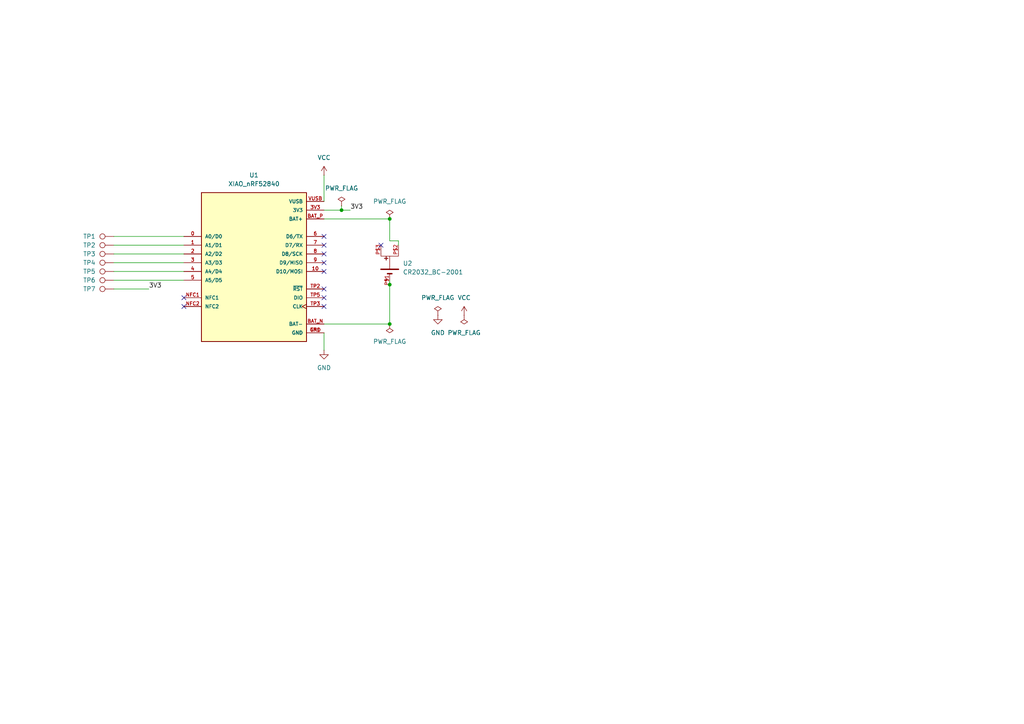
<source format=kicad_sch>
(kicad_sch
	(version 20231120)
	(generator "eeschema")
	(generator_version "8.0")
	(uuid "aed1da95-8a50-4fb9-88f3-d1f618094b55")
	(paper "A4")
	(title_block
		(title "XIAO BLE with CR2032 KEY")
	)
	(lib_symbols
		(symbol "0-My_parts:CR2032_BC-2001"
			(pin_names
				(offset 1.016)
			)
			(exclude_from_sim no)
			(in_bom yes)
			(on_board yes)
			(property "Reference" "U"
				(at -2.54 3.175 0)
				(effects
					(font
						(size 1.27 1.27)
					)
					(justify left bottom)
				)
			)
			(property "Value" "CR2032_BC-2001"
				(at -2.54 -5.08 0)
				(effects
					(font
						(size 1.27 1.27)
					)
					(justify left bottom)
				)
			)
			(property "Footprint" "BC-2001:BC-2001"
				(at 3.556 -8.89 0)
				(effects
					(font
						(size 1.27 1.27)
					)
					(justify bottom)
					(hide yes)
				)
			)
			(property "Datasheet" ""
				(at 0 0 0)
				(effects
					(font
						(size 1.27 1.27)
					)
					(hide yes)
				)
			)
			(property "Description" ""
				(at 0 0 0)
				(effects
					(font
						(size 1.27 1.27)
					)
					(hide yes)
				)
			)
			(property "MF" "Multicomp Pro"
				(at 6.858 9.906 0)
				(effects
					(font
						(size 1.27 1.27)
					)
					(justify bottom)
					(hide yes)
				)
			)
			(property "Description_1" "\n                        \n                            RETAINER CLIP, BATTERY, 2032, PCB ROHS COMPLIANT: YES\n                        \n"
				(at -2.794 18.034 0)
				(effects
					(font
						(size 1.27 1.27)
					)
					(justify bottom)
					(hide yes)
				)
			)
			(property "Package" "None"
				(at 18.034 10.16 0)
				(effects
					(font
						(size 1.27 1.27)
					)
					(justify bottom)
					(hide yes)
				)
			)
			(property "Price" "None"
				(at 18.288 12.446 0)
				(effects
					(font
						(size 1.27 1.27)
					)
					(justify bottom)
					(hide yes)
				)
			)
			(property "SnapEDA_Link" "https://www.snapeda.com/parts/BC-2001-TR/Multicomp/view-part/?ref=snap"
				(at 8.128 15.494 0)
				(effects
					(font
						(size 1.27 1.27)
					)
					(justify bottom)
					(hide yes)
				)
			)
			(property "MP" "BC-2001-TR"
				(at -8.128 10.16 0)
				(effects
					(font
						(size 1.27 1.27)
					)
					(justify bottom)
					(hide yes)
				)
			)
			(property "Availability" "Not in stock"
				(at 2.286 12.954 0)
				(effects
					(font
						(size 1.27 1.27)
					)
					(justify bottom)
					(hide yes)
				)
			)
			(property "Check_prices" "https://www.snapeda.com/parts/BC-2001-TR/Multicomp/view-part/?ref=eda"
				(at 7.112 16.51 0)
				(effects
					(font
						(size 1.27 1.27)
					)
					(justify bottom)
					(hide yes)
				)
			)
			(symbol "CR2032_BC-2001_0_0"
				(polyline
					(pts
						(xy -4.064 1.016) (xy -3.302 1.016)
					)
					(stroke
						(width 0.254)
						(type default)
					)
					(fill
						(type none)
					)
				)
				(polyline
					(pts
						(xy -2.54 0) (xy -1.905 0)
					)
					(stroke
						(width 0.1524)
						(type default)
					)
					(fill
						(type none)
					)
				)
				(polyline
					(pts
						(xy -1.905 0) (xy -1.905 -0.635)
					)
					(stroke
						(width 0.4064)
						(type default)
					)
					(fill
						(type none)
					)
				)
				(polyline
					(pts
						(xy -1.905 0.635) (xy -1.905 0)
					)
					(stroke
						(width 0.4064)
						(type default)
					)
					(fill
						(type none)
					)
				)
				(polyline
					(pts
						(xy -0.635 0) (xy -0.635 -2.54)
					)
					(stroke
						(width 0.4064)
						(type default)
					)
					(fill
						(type none)
					)
				)
				(polyline
					(pts
						(xy -0.635 0) (xy 2.54 0)
					)
					(stroke
						(width 0.1524)
						(type default)
					)
					(fill
						(type none)
					)
				)
				(polyline
					(pts
						(xy -0.635 2.54) (xy -0.635 0)
					)
					(stroke
						(width 0.4064)
						(type default)
					)
					(fill
						(type none)
					)
				)
				(polyline
					(pts
						(xy 2.032 1.016) (xy 3.048 1.016)
					)
					(stroke
						(width 0.254)
						(type default)
					)
					(fill
						(type none)
					)
				)
				(polyline
					(pts
						(xy 2.54 1.524) (xy 2.54 0.508)
					)
					(stroke
						(width 0.254)
						(type default)
					)
					(fill
						(type none)
					)
				)
				(pin passive line
					(at -5.08 0 0)
					(length 2.54)
					(name "~"
						(effects
							(font
								(size 1.016 1.016)
							)
						)
					)
					(number "P$1"
						(effects
							(font
								(size 1.016 1.016)
							)
						)
					)
				)
				(pin passive line
					(at 6.35 -2.54 180)
					(length 2.54)
					(name "~"
						(effects
							(font
								(size 1.016 1.016)
							)
						)
					)
					(number "P$2"
						(effects
							(font
								(size 1.016 1.016)
							)
						)
					)
				)
				(pin passive line
					(at 6.35 2.54 180)
					(length 2.54)
					(name "~"
						(effects
							(font
								(size 1.016 1.016)
							)
						)
					)
					(number "P$3"
						(effects
							(font
								(size 1.016 1.016)
							)
						)
					)
				)
			)
			(symbol "CR2032_BC-2001_0_1"
				(polyline
					(pts
						(xy 2.54 0) (xy 3.175 0)
					)
					(stroke
						(width 0)
						(type default)
					)
					(fill
						(type none)
					)
				)
				(polyline
					(pts
						(xy 3.81 2.54) (xy 3.175 2.54) (xy 3.175 -2.54) (xy 3.81 -2.54)
					)
					(stroke
						(width 0)
						(type default)
					)
					(fill
						(type none)
					)
				)
			)
		)
		(symbol "0-My_parts:GND"
			(power)
			(pin_numbers hide)
			(pin_names
				(offset 0) hide)
			(exclude_from_sim no)
			(in_bom yes)
			(on_board yes)
			(property "Reference" "#PWR"
				(at 0 -6.35 0)
				(effects
					(font
						(size 1.27 1.27)
					)
					(hide yes)
				)
			)
			(property "Value" "GND"
				(at 0 -3.81 0)
				(effects
					(font
						(size 1.27 1.27)
					)
				)
			)
			(property "Footprint" ""
				(at 0 0 0)
				(effects
					(font
						(size 1.27 1.27)
					)
					(hide yes)
				)
			)
			(property "Datasheet" ""
				(at 0 0 0)
				(effects
					(font
						(size 1.27 1.27)
					)
					(hide yes)
				)
			)
			(property "Description" "Power symbol creates a global label with name \"GND\" , ground"
				(at 0 0 0)
				(effects
					(font
						(size 1.27 1.27)
					)
					(hide yes)
				)
			)
			(property "ki_keywords" "global power"
				(at 0 0 0)
				(effects
					(font
						(size 1.27 1.27)
					)
					(hide yes)
				)
			)
			(symbol "GND_0_1"
				(polyline
					(pts
						(xy 0 0) (xy 0 -1.27) (xy 1.27 -1.27) (xy 0 -2.54) (xy -1.27 -1.27) (xy 0 -1.27)
					)
					(stroke
						(width 0)
						(type default)
					)
					(fill
						(type none)
					)
				)
			)
			(symbol "GND_1_1"
				(pin power_in line
					(at 0 0 270)
					(length 0)
					(name "~"
						(effects
							(font
								(size 1.27 1.27)
							)
						)
					)
					(number "1"
						(effects
							(font
								(size 1.27 1.27)
							)
						)
					)
				)
			)
		)
		(symbol "0-My_parts:VCC"
			(power)
			(pin_numbers hide)
			(pin_names
				(offset 0) hide)
			(exclude_from_sim no)
			(in_bom yes)
			(on_board yes)
			(property "Reference" "#PWR"
				(at 0 -3.81 0)
				(effects
					(font
						(size 1.27 1.27)
					)
					(hide yes)
				)
			)
			(property "Value" "VCC"
				(at 0 3.556 0)
				(effects
					(font
						(size 1.27 1.27)
					)
				)
			)
			(property "Footprint" ""
				(at 0 0 0)
				(effects
					(font
						(size 1.27 1.27)
					)
					(hide yes)
				)
			)
			(property "Datasheet" ""
				(at 0 0 0)
				(effects
					(font
						(size 1.27 1.27)
					)
					(hide yes)
				)
			)
			(property "Description" "Power symbol creates a global label with name \"VCC\""
				(at 0 0 0)
				(effects
					(font
						(size 1.27 1.27)
					)
					(hide yes)
				)
			)
			(property "ki_keywords" "global power"
				(at 0 0 0)
				(effects
					(font
						(size 1.27 1.27)
					)
					(hide yes)
				)
			)
			(symbol "VCC_0_1"
				(polyline
					(pts
						(xy -0.762 1.27) (xy 0 2.54)
					)
					(stroke
						(width 0)
						(type default)
					)
					(fill
						(type none)
					)
				)
				(polyline
					(pts
						(xy 0 0) (xy 0 2.54)
					)
					(stroke
						(width 0)
						(type default)
					)
					(fill
						(type none)
					)
				)
				(polyline
					(pts
						(xy 0 2.54) (xy 0.762 1.27)
					)
					(stroke
						(width 0)
						(type default)
					)
					(fill
						(type none)
					)
				)
			)
			(symbol "VCC_1_1"
				(pin power_in line
					(at 0 0 90)
					(length 0)
					(name "~"
						(effects
							(font
								(size 1.27 1.27)
							)
						)
					)
					(number "1"
						(effects
							(font
								(size 1.27 1.27)
							)
						)
					)
				)
			)
		)
		(symbol "0-My_parts:XIAO_nRF52840"
			(pin_names
				(offset 1.016)
			)
			(exclude_from_sim no)
			(in_bom yes)
			(on_board yes)
			(property "Reference" "U"
				(at -15.24 23.622 0)
				(effects
					(font
						(size 1.27 1.27)
					)
					(justify left bottom)
				)
			)
			(property "Value" "XIAO_nRF52840"
				(at -15.24 -22.86 0)
				(effects
					(font
						(size 1.27 1.27)
					)
					(justify left bottom)
				)
			)
			(property "Footprint" "102010448:MODULE_102010448"
				(at 0 0 0)
				(effects
					(font
						(size 1.27 1.27)
					)
					(justify bottom)
					(hide yes)
				)
			)
			(property "Datasheet" ""
				(at 0 0 0)
				(effects
					(font
						(size 1.27 1.27)
					)
					(hide yes)
				)
			)
			(property "Description" ""
				(at 0 0 0)
				(effects
					(font
						(size 1.27 1.27)
					)
					(hide yes)
				)
			)
			(property "MF" "Seeed Technology Co., Ltd"
				(at 0 0 0)
				(effects
					(font
						(size 1.27 1.27)
					)
					(justify bottom)
					(hide yes)
				)
			)
			(property "Description_1" "\n                        \n                            nRF52840 - Transceiver; Bluetooth® 5.x (BLE) Evaluation Board\n                        \n"
				(at 0 0 0)
				(effects
					(font
						(size 1.27 1.27)
					)
					(justify bottom)
					(hide yes)
				)
			)
			(property "Package" "None"
				(at 0 0 0)
				(effects
					(font
						(size 1.27 1.27)
					)
					(justify bottom)
					(hide yes)
				)
			)
			(property "Price" "None"
				(at 0 0 0)
				(effects
					(font
						(size 1.27 1.27)
					)
					(justify bottom)
					(hide yes)
				)
			)
			(property "Check_prices" "https://www.snapeda.com/parts/102010448/Seeed+Technology+Co.%252C+Ltd/view-part/?ref=eda"
				(at 0 0 0)
				(effects
					(font
						(size 1.27 1.27)
					)
					(justify bottom)
					(hide yes)
				)
			)
			(property "STANDARD" "Manufacturer Recommendations"
				(at 0 0 0)
				(effects
					(font
						(size 1.27 1.27)
					)
					(justify bottom)
					(hide yes)
				)
			)
			(property "PARTREV" "2022/08/18"
				(at 0 0 0)
				(effects
					(font
						(size 1.27 1.27)
					)
					(justify bottom)
					(hide yes)
				)
			)
			(property "SnapEDA_Link" "https://www.snapeda.com/parts/102010448/Seeed+Technology+Co.%252C+Ltd/view-part/?ref=snap"
				(at 0 0 0)
				(effects
					(font
						(size 1.27 1.27)
					)
					(justify bottom)
					(hide yes)
				)
			)
			(property "MP" "102010448"
				(at 0 0 0)
				(effects
					(font
						(size 1.27 1.27)
					)
					(justify bottom)
					(hide yes)
				)
			)
			(property "Availability" "In Stock"
				(at 0 0 0)
				(effects
					(font
						(size 1.27 1.27)
					)
					(justify bottom)
					(hide yes)
				)
			)
			(property "MANUFACTURER" "Seeed Technology Co., Ltd"
				(at 0 0 0)
				(effects
					(font
						(size 1.27 1.27)
					)
					(justify bottom)
					(hide yes)
				)
			)
			(symbol "XIAO_nRF52840_0_0"
				(rectangle
					(start -15.24 -20.32)
					(end 15.24 22.86)
					(stroke
						(width 0.254)
						(type default)
					)
					(fill
						(type background)
					)
				)
				(pin bidirectional line
					(at -20.32 10.16 0)
					(length 5.08)
					(name "A0/D0"
						(effects
							(font
								(size 1.016 1.016)
							)
						)
					)
					(number "0"
						(effects
							(font
								(size 1.016 1.016)
							)
						)
					)
				)
				(pin bidirectional line
					(at -20.32 7.62 0)
					(length 5.08)
					(name "A1/D1"
						(effects
							(font
								(size 1.016 1.016)
							)
						)
					)
					(number "1"
						(effects
							(font
								(size 1.016 1.016)
							)
						)
					)
				)
				(pin bidirectional line
					(at 20.32 0 180)
					(length 5.08)
					(name "D10/MOSI"
						(effects
							(font
								(size 1.016 1.016)
							)
						)
					)
					(number "10"
						(effects
							(font
								(size 1.016 1.016)
							)
						)
					)
				)
				(pin bidirectional line
					(at -20.32 5.08 0)
					(length 5.08)
					(name "A2/D2"
						(effects
							(font
								(size 1.016 1.016)
							)
						)
					)
					(number "2"
						(effects
							(font
								(size 1.016 1.016)
							)
						)
					)
				)
				(pin bidirectional line
					(at -20.32 2.54 0)
					(length 5.08)
					(name "A3/D3"
						(effects
							(font
								(size 1.016 1.016)
							)
						)
					)
					(number "3"
						(effects
							(font
								(size 1.016 1.016)
							)
						)
					)
				)
				(pin power_in line
					(at 20.32 17.78 180)
					(length 5.08)
					(name "3V3"
						(effects
							(font
								(size 1.016 1.016)
							)
						)
					)
					(number "3V3"
						(effects
							(font
								(size 1.016 1.016)
							)
						)
					)
				)
				(pin bidirectional line
					(at -20.32 0 0)
					(length 5.08)
					(name "A4/D4"
						(effects
							(font
								(size 1.016 1.016)
							)
						)
					)
					(number "4"
						(effects
							(font
								(size 1.016 1.016)
							)
						)
					)
				)
				(pin bidirectional line
					(at -20.32 -2.54 0)
					(length 5.08)
					(name "A5/D5"
						(effects
							(font
								(size 1.016 1.016)
							)
						)
					)
					(number "5"
						(effects
							(font
								(size 1.016 1.016)
							)
						)
					)
				)
				(pin bidirectional line
					(at 20.32 10.16 180)
					(length 5.08)
					(name "D6/TX"
						(effects
							(font
								(size 1.016 1.016)
							)
						)
					)
					(number "6"
						(effects
							(font
								(size 1.016 1.016)
							)
						)
					)
				)
				(pin bidirectional line
					(at 20.32 7.62 180)
					(length 5.08)
					(name "D7/RX"
						(effects
							(font
								(size 1.016 1.016)
							)
						)
					)
					(number "7"
						(effects
							(font
								(size 1.016 1.016)
							)
						)
					)
				)
				(pin bidirectional line
					(at 20.32 5.08 180)
					(length 5.08)
					(name "D8/SCK"
						(effects
							(font
								(size 1.016 1.016)
							)
						)
					)
					(number "8"
						(effects
							(font
								(size 1.016 1.016)
							)
						)
					)
				)
				(pin bidirectional line
					(at 20.32 2.54 180)
					(length 5.08)
					(name "D9/MISO"
						(effects
							(font
								(size 1.016 1.016)
							)
						)
					)
					(number "9"
						(effects
							(font
								(size 1.016 1.016)
							)
						)
					)
				)
				(pin power_in line
					(at 20.32 -15.24 180)
					(length 5.08)
					(name "BAT-"
						(effects
							(font
								(size 1.016 1.016)
							)
						)
					)
					(number "BAT_N"
						(effects
							(font
								(size 1.016 1.016)
							)
						)
					)
				)
				(pin power_in line
					(at 20.32 15.24 180)
					(length 5.08)
					(name "BAT+"
						(effects
							(font
								(size 1.016 1.016)
							)
						)
					)
					(number "BAT_P"
						(effects
							(font
								(size 1.016 1.016)
							)
						)
					)
				)
				(pin power_in line
					(at 20.32 -17.78 180)
					(length 5.08)
					(name "GND"
						(effects
							(font
								(size 1.016 1.016)
							)
						)
					)
					(number "GND"
						(effects
							(font
								(size 1.016 1.016)
							)
						)
					)
				)
				(pin bidirectional line
					(at -20.32 -7.62 0)
					(length 5.08)
					(name "NFC1"
						(effects
							(font
								(size 1.016 1.016)
							)
						)
					)
					(number "NFC1"
						(effects
							(font
								(size 1.016 1.016)
							)
						)
					)
				)
				(pin bidirectional line
					(at -20.32 -10.16 0)
					(length 5.08)
					(name "NFC2"
						(effects
							(font
								(size 1.016 1.016)
							)
						)
					)
					(number "NFC2"
						(effects
							(font
								(size 1.016 1.016)
							)
						)
					)
				)
				(pin power_in line
					(at 20.32 -17.78 180)
					(length 5.08)
					(name "GND"
						(effects
							(font
								(size 1.016 1.016)
							)
						)
					)
					(number "TP1"
						(effects
							(font
								(size 1.016 1.016)
							)
						)
					)
				)
				(pin input line
					(at 20.32 -5.08 180)
					(length 5.08)
					(name "~{RST}"
						(effects
							(font
								(size 1.016 1.016)
							)
						)
					)
					(number "TP2"
						(effects
							(font
								(size 1.016 1.016)
							)
						)
					)
				)
				(pin input clock
					(at 20.32 -10.16 180)
					(length 5.08)
					(name "CLK"
						(effects
							(font
								(size 1.016 1.016)
							)
						)
					)
					(number "TP3"
						(effects
							(font
								(size 1.016 1.016)
							)
						)
					)
				)
				(pin bidirectional line
					(at 20.32 -7.62 180)
					(length 5.08)
					(name "DIO"
						(effects
							(font
								(size 1.016 1.016)
							)
						)
					)
					(number "TP5"
						(effects
							(font
								(size 1.016 1.016)
							)
						)
					)
				)
				(pin power_in line
					(at 20.32 20.32 180)
					(length 5.08)
					(name "VUSB"
						(effects
							(font
								(size 1.016 1.016)
							)
						)
					)
					(number "VUSB"
						(effects
							(font
								(size 1.016 1.016)
							)
						)
					)
				)
			)
		)
		(symbol "Connector:TestPoint"
			(pin_numbers hide)
			(pin_names
				(offset 0.762) hide)
			(exclude_from_sim no)
			(in_bom yes)
			(on_board yes)
			(property "Reference" "TP"
				(at 0 6.858 0)
				(effects
					(font
						(size 1.27 1.27)
					)
				)
			)
			(property "Value" "TestPoint"
				(at 0 5.08 0)
				(effects
					(font
						(size 1.27 1.27)
					)
				)
			)
			(property "Footprint" ""
				(at 5.08 0 0)
				(effects
					(font
						(size 1.27 1.27)
					)
					(hide yes)
				)
			)
			(property "Datasheet" "~"
				(at 5.08 0 0)
				(effects
					(font
						(size 1.27 1.27)
					)
					(hide yes)
				)
			)
			(property "Description" "test point"
				(at 0 0 0)
				(effects
					(font
						(size 1.27 1.27)
					)
					(hide yes)
				)
			)
			(property "ki_keywords" "test point tp"
				(at 0 0 0)
				(effects
					(font
						(size 1.27 1.27)
					)
					(hide yes)
				)
			)
			(property "ki_fp_filters" "Pin* Test*"
				(at 0 0 0)
				(effects
					(font
						(size 1.27 1.27)
					)
					(hide yes)
				)
			)
			(symbol "TestPoint_0_1"
				(circle
					(center 0 3.302)
					(radius 0.762)
					(stroke
						(width 0)
						(type default)
					)
					(fill
						(type none)
					)
				)
			)
			(symbol "TestPoint_1_1"
				(pin passive line
					(at 0 0 90)
					(length 2.54)
					(name "1"
						(effects
							(font
								(size 1.27 1.27)
							)
						)
					)
					(number "1"
						(effects
							(font
								(size 1.27 1.27)
							)
						)
					)
				)
			)
		)
		(symbol "power:PWR_FLAG"
			(power)
			(pin_numbers hide)
			(pin_names
				(offset 0) hide)
			(exclude_from_sim no)
			(in_bom yes)
			(on_board yes)
			(property "Reference" "#FLG"
				(at 0 1.905 0)
				(effects
					(font
						(size 1.27 1.27)
					)
					(hide yes)
				)
			)
			(property "Value" "PWR_FLAG"
				(at 0 3.81 0)
				(effects
					(font
						(size 1.27 1.27)
					)
				)
			)
			(property "Footprint" ""
				(at 0 0 0)
				(effects
					(font
						(size 1.27 1.27)
					)
					(hide yes)
				)
			)
			(property "Datasheet" "~"
				(at 0 0 0)
				(effects
					(font
						(size 1.27 1.27)
					)
					(hide yes)
				)
			)
			(property "Description" "Special symbol for telling ERC where power comes from"
				(at 0 0 0)
				(effects
					(font
						(size 1.27 1.27)
					)
					(hide yes)
				)
			)
			(property "ki_keywords" "flag power"
				(at 0 0 0)
				(effects
					(font
						(size 1.27 1.27)
					)
					(hide yes)
				)
			)
			(symbol "PWR_FLAG_0_0"
				(pin power_out line
					(at 0 0 90)
					(length 0)
					(name "~"
						(effects
							(font
								(size 1.27 1.27)
							)
						)
					)
					(number "1"
						(effects
							(font
								(size 1.27 1.27)
							)
						)
					)
				)
			)
			(symbol "PWR_FLAG_0_1"
				(polyline
					(pts
						(xy 0 0) (xy 0 1.27) (xy -1.016 1.905) (xy 0 2.54) (xy 1.016 1.905) (xy 0 1.27)
					)
					(stroke
						(width 0)
						(type default)
					)
					(fill
						(type none)
					)
				)
			)
		)
	)
	(junction
		(at 99.06 60.96)
		(diameter 0)
		(color 0 0 0 0)
		(uuid "146fc974-10e1-4f98-9ed8-181dd562506c")
	)
	(junction
		(at 113.03 93.98)
		(diameter 0)
		(color 0 0 0 0)
		(uuid "58f34b76-fbba-46a9-a591-4a04621f7882")
	)
	(junction
		(at 113.03 82.55)
		(diameter 0)
		(color 0 0 0 0)
		(uuid "6b3effe3-30c4-450c-9206-d1ff7029259c")
	)
	(junction
		(at 113.03 63.5)
		(diameter 0)
		(color 0 0 0 0)
		(uuid "db325919-b41d-46c5-997b-9c6cf3827458")
	)
	(no_connect
		(at 93.98 76.2)
		(uuid "35d20c78-ba15-4ada-9d9b-72ce1d163aa8")
	)
	(no_connect
		(at 93.98 68.58)
		(uuid "45973d78-0f5a-4b54-b950-7a56f5480bd9")
	)
	(no_connect
		(at 93.98 78.74)
		(uuid "59a1c734-0f78-4576-82ab-7b9c6344644e")
	)
	(no_connect
		(at 93.98 73.66)
		(uuid "5b435c95-7c52-489d-878f-0f53d007f710")
	)
	(no_connect
		(at 93.98 86.36)
		(uuid "639e21a5-c20d-4c1f-b58a-5acf0c797613")
	)
	(no_connect
		(at 110.49 71.12)
		(uuid "6626fa66-371d-4648-8048-ab1ceae2c74a")
	)
	(no_connect
		(at 93.98 88.9)
		(uuid "a903e9af-6ee4-47e4-9b5c-f8a4259d23df")
	)
	(no_connect
		(at 93.98 71.12)
		(uuid "c6dab983-2145-4e2c-979e-3449b52d47ea")
	)
	(no_connect
		(at 93.98 83.82)
		(uuid "ec912d61-7967-46bb-8daa-5827a3ba26bf")
	)
	(no_connect
		(at 53.34 86.36)
		(uuid "f1f6cfc9-232a-4fa8-82c6-f32b64ee1f61")
	)
	(no_connect
		(at 53.34 88.9)
		(uuid "fcc128ba-4d2a-40a1-8e04-488a6a6491b9")
	)
	(wire
		(pts
			(xy 33.02 83.82) (xy 43.18 83.82)
		)
		(stroke
			(width 0)
			(type default)
		)
		(uuid "2076471c-2a9f-45ab-97db-787558a103e1")
	)
	(wire
		(pts
			(xy 93.98 63.5) (xy 113.03 63.5)
		)
		(stroke
			(width 0)
			(type default)
		)
		(uuid "367359e9-7bd5-451b-babf-18498f70f5d9")
	)
	(wire
		(pts
			(xy 93.98 96.52) (xy 93.98 101.6)
		)
		(stroke
			(width 0)
			(type default)
		)
		(uuid "370c6a96-b45c-4c1a-8209-9bb112e95755")
	)
	(wire
		(pts
			(xy 33.02 68.58) (xy 53.34 68.58)
		)
		(stroke
			(width 0)
			(type default)
		)
		(uuid "3d84fcad-72a4-4632-9e5b-bff8fccbe5a5")
	)
	(wire
		(pts
			(xy 113.03 93.98) (xy 113.03 82.55)
		)
		(stroke
			(width 0)
			(type default)
		)
		(uuid "3e30f376-12b4-4aac-8878-2ed9fd1b2a39")
	)
	(wire
		(pts
			(xy 33.02 78.74) (xy 53.34 78.74)
		)
		(stroke
			(width 0)
			(type default)
		)
		(uuid "45b35851-2dab-4b6d-bb73-59edb1f09f2c")
	)
	(wire
		(pts
			(xy 93.98 50.8) (xy 93.98 58.42)
		)
		(stroke
			(width 0)
			(type default)
		)
		(uuid "59c22019-c72c-47f4-9912-00f4e89f4c87")
	)
	(wire
		(pts
			(xy 113.03 82.55) (xy 113.03 81.28)
		)
		(stroke
			(width 0)
			(type default)
		)
		(uuid "6749a9d1-d177-4074-a9d8-3dbca25dd752")
	)
	(wire
		(pts
			(xy 33.02 73.66) (xy 53.34 73.66)
		)
		(stroke
			(width 0)
			(type default)
		)
		(uuid "74fd949b-07ab-46ea-986a-b43e1bee1b09")
	)
	(wire
		(pts
			(xy 33.02 71.12) (xy 53.34 71.12)
		)
		(stroke
			(width 0)
			(type default)
		)
		(uuid "8e6a810d-1a8c-4257-8dec-e08eda7658b8")
	)
	(wire
		(pts
			(xy 99.06 59.69) (xy 99.06 60.96)
		)
		(stroke
			(width 0)
			(type default)
		)
		(uuid "920805b7-6a3d-4b37-bf0d-51be7a9b4f76")
	)
	(wire
		(pts
			(xy 115.57 69.85) (xy 115.57 71.12)
		)
		(stroke
			(width 0)
			(type default)
		)
		(uuid "9a9ea124-5a55-4c7f-88ea-5464790ba9da")
	)
	(wire
		(pts
			(xy 113.03 69.85) (xy 115.57 69.85)
		)
		(stroke
			(width 0)
			(type default)
		)
		(uuid "a2b4f3c1-5f06-45bd-9453-6178722eec58")
	)
	(wire
		(pts
			(xy 33.02 76.2) (xy 53.34 76.2)
		)
		(stroke
			(width 0)
			(type default)
		)
		(uuid "ab34ab87-5aac-4cef-a349-937faef0b3b6")
	)
	(wire
		(pts
			(xy 93.98 60.96) (xy 99.06 60.96)
		)
		(stroke
			(width 0)
			(type default)
		)
		(uuid "c8e9074f-f38e-49c6-a1ad-cc568071576c")
	)
	(wire
		(pts
			(xy 99.06 60.96) (xy 101.6 60.96)
		)
		(stroke
			(width 0)
			(type default)
		)
		(uuid "cb817e10-0889-4d33-b7c4-116b84a6a7f2")
	)
	(wire
		(pts
			(xy 33.02 81.28) (xy 53.34 81.28)
		)
		(stroke
			(width 0)
			(type default)
		)
		(uuid "cc5f6ccd-2ead-4062-8d93-59bab4edd21e")
	)
	(wire
		(pts
			(xy 93.98 93.98) (xy 113.03 93.98)
		)
		(stroke
			(width 0)
			(type default)
		)
		(uuid "f7489557-8c30-4ed4-ac6e-d9ccec5648e3")
	)
	(wire
		(pts
			(xy 113.03 69.85) (xy 113.03 63.5)
		)
		(stroke
			(width 0)
			(type default)
		)
		(uuid "f8f49d44-e667-478b-bb2b-d8d9361e8360")
	)
	(label "3V3"
		(at 101.6 60.96 0)
		(fields_autoplaced yes)
		(effects
			(font
				(size 1.27 1.27)
			)
			(justify left bottom)
		)
		(uuid "81a8220d-e121-4b6f-9415-ee52000d4f9d")
	)
	(label "3V3"
		(at 43.18 83.82 0)
		(fields_autoplaced yes)
		(effects
			(font
				(size 1.27 1.27)
			)
			(justify left bottom)
		)
		(uuid "9e3a2bc2-52fb-41e6-a96a-ed8d5d7a11fd")
	)
	(symbol
		(lib_id "Connector:TestPoint")
		(at 33.02 68.58 90)
		(unit 1)
		(exclude_from_sim no)
		(in_bom yes)
		(on_board yes)
		(dnp no)
		(uuid "073948fe-f31b-4d98-be83-9c6e09e03575")
		(property "Reference" "TP1"
			(at 25.908 68.58 90)
			(effects
				(font
					(size 1.27 1.27)
				)
			)
		)
		(property "Value" "TestPoint"
			(at 16.51 68.58 90)
			(effects
				(font
					(size 1.27 1.27)
				)
				(hide yes)
			)
		)
		(property "Footprint" "TestPoint:TestPoint_Pad_1.5x1.5mm"
			(at 33.02 63.5 0)
			(effects
				(font
					(size 1.27 1.27)
				)
				(hide yes)
			)
		)
		(property "Datasheet" "~"
			(at 33.02 63.5 0)
			(effects
				(font
					(size 1.27 1.27)
				)
				(hide yes)
			)
		)
		(property "Description" "test point"
			(at 33.02 68.58 0)
			(effects
				(font
					(size 1.27 1.27)
				)
				(hide yes)
			)
		)
		(pin "1"
			(uuid "81f428d7-dcb5-43ec-b173-5a613e46b161")
		)
		(instances
			(project ""
				(path "/aed1da95-8a50-4fb9-88f3-d1f618094b55"
					(reference "TP1")
					(unit 1)
				)
			)
		)
	)
	(symbol
		(lib_id "0-My_parts:VCC")
		(at 134.62 91.44 0)
		(unit 1)
		(exclude_from_sim no)
		(in_bom yes)
		(on_board yes)
		(dnp no)
		(fields_autoplaced yes)
		(uuid "3b3e481c-b643-4314-ba4f-5cf82081b2ec")
		(property "Reference" "#PWR04"
			(at 134.62 95.25 0)
			(effects
				(font
					(size 1.27 1.27)
				)
				(hide yes)
			)
		)
		(property "Value" "VCC"
			(at 134.62 86.36 0)
			(effects
				(font
					(size 1.27 1.27)
				)
			)
		)
		(property "Footprint" ""
			(at 134.62 91.44 0)
			(effects
				(font
					(size 1.27 1.27)
				)
				(hide yes)
			)
		)
		(property "Datasheet" ""
			(at 134.62 91.44 0)
			(effects
				(font
					(size 1.27 1.27)
				)
				(hide yes)
			)
		)
		(property "Description" "Power symbol creates a global label with name \"VCC\""
			(at 134.62 91.44 0)
			(effects
				(font
					(size 1.27 1.27)
				)
				(hide yes)
			)
		)
		(pin "1"
			(uuid "b07063b1-d150-41ff-9513-7e977cde06e0")
		)
		(instances
			(project "XIAO-CR2032-KEY"
				(path "/aed1da95-8a50-4fb9-88f3-d1f618094b55"
					(reference "#PWR04")
					(unit 1)
				)
			)
		)
	)
	(symbol
		(lib_id "power:PWR_FLAG")
		(at 134.62 91.44 180)
		(unit 1)
		(exclude_from_sim no)
		(in_bom yes)
		(on_board yes)
		(dnp no)
		(fields_autoplaced yes)
		(uuid "3c6df1cd-0a5a-44be-b76c-1b09defaab5c")
		(property "Reference" "#FLG02"
			(at 134.62 93.345 0)
			(effects
				(font
					(size 1.27 1.27)
				)
				(hide yes)
			)
		)
		(property "Value" "PWR_FLAG"
			(at 134.62 96.52 0)
			(effects
				(font
					(size 1.27 1.27)
				)
			)
		)
		(property "Footprint" ""
			(at 134.62 91.44 0)
			(effects
				(font
					(size 1.27 1.27)
				)
				(hide yes)
			)
		)
		(property "Datasheet" "~"
			(at 134.62 91.44 0)
			(effects
				(font
					(size 1.27 1.27)
				)
				(hide yes)
			)
		)
		(property "Description" "Special symbol for telling ERC where power comes from"
			(at 134.62 91.44 0)
			(effects
				(font
					(size 1.27 1.27)
				)
				(hide yes)
			)
		)
		(pin "1"
			(uuid "974bc272-f8cf-4442-bf7e-fcb9d6af6973")
		)
		(instances
			(project ""
				(path "/aed1da95-8a50-4fb9-88f3-d1f618094b55"
					(reference "#FLG02")
					(unit 1)
				)
			)
		)
	)
	(symbol
		(lib_id "Connector:TestPoint")
		(at 33.02 71.12 90)
		(unit 1)
		(exclude_from_sim no)
		(in_bom yes)
		(on_board yes)
		(dnp no)
		(uuid "4f7f7a9c-0b8f-4aa9-aeb4-7c658c67f3e4")
		(property "Reference" "TP2"
			(at 25.908 71.12 90)
			(effects
				(font
					(size 1.27 1.27)
				)
			)
		)
		(property "Value" "TestPoint"
			(at 16.51 71.12 90)
			(effects
				(font
					(size 1.27 1.27)
				)
				(hide yes)
			)
		)
		(property "Footprint" "TestPoint:TestPoint_Pad_1.5x1.5mm"
			(at 33.02 66.04 0)
			(effects
				(font
					(size 1.27 1.27)
				)
				(hide yes)
			)
		)
		(property "Datasheet" "~"
			(at 33.02 66.04 0)
			(effects
				(font
					(size 1.27 1.27)
				)
				(hide yes)
			)
		)
		(property "Description" "test point"
			(at 33.02 71.12 0)
			(effects
				(font
					(size 1.27 1.27)
				)
				(hide yes)
			)
		)
		(pin "1"
			(uuid "effbeac0-264b-4792-abac-6b2656e3038c")
		)
		(instances
			(project "XIAO-CR2032-KEY"
				(path "/aed1da95-8a50-4fb9-88f3-d1f618094b55"
					(reference "TP2")
					(unit 1)
				)
			)
		)
	)
	(symbol
		(lib_id "0-My_parts:GND")
		(at 127 91.44 0)
		(unit 1)
		(exclude_from_sim no)
		(in_bom yes)
		(on_board yes)
		(dnp no)
		(fields_autoplaced yes)
		(uuid "502fe09e-688e-4722-acc0-4382d4b8fb41")
		(property "Reference" "#PWR03"
			(at 127 97.79 0)
			(effects
				(font
					(size 1.27 1.27)
				)
				(hide yes)
			)
		)
		(property "Value" "GND"
			(at 127 96.52 0)
			(effects
				(font
					(size 1.27 1.27)
				)
			)
		)
		(property "Footprint" ""
			(at 127 91.44 0)
			(effects
				(font
					(size 1.27 1.27)
				)
				(hide yes)
			)
		)
		(property "Datasheet" ""
			(at 127 91.44 0)
			(effects
				(font
					(size 1.27 1.27)
				)
				(hide yes)
			)
		)
		(property "Description" "Power symbol creates a global label with name \"GND\" , ground"
			(at 127 91.44 0)
			(effects
				(font
					(size 1.27 1.27)
				)
				(hide yes)
			)
		)
		(pin "1"
			(uuid "601d8e94-2262-481b-aa15-0ba13efa356f")
		)
		(instances
			(project "XIAO-CR2032-KEY"
				(path "/aed1da95-8a50-4fb9-88f3-d1f618094b55"
					(reference "#PWR03")
					(unit 1)
				)
			)
		)
	)
	(symbol
		(lib_id "0-My_parts:GND")
		(at 93.98 101.6 0)
		(unit 1)
		(exclude_from_sim no)
		(in_bom yes)
		(on_board yes)
		(dnp no)
		(fields_autoplaced yes)
		(uuid "6cf7f853-3c80-47f9-9b26-b1491c23ed16")
		(property "Reference" "#PWR02"
			(at 93.98 107.95 0)
			(effects
				(font
					(size 1.27 1.27)
				)
				(hide yes)
			)
		)
		(property "Value" "GND"
			(at 93.98 106.68 0)
			(effects
				(font
					(size 1.27 1.27)
				)
			)
		)
		(property "Footprint" ""
			(at 93.98 101.6 0)
			(effects
				(font
					(size 1.27 1.27)
				)
				(hide yes)
			)
		)
		(property "Datasheet" ""
			(at 93.98 101.6 0)
			(effects
				(font
					(size 1.27 1.27)
				)
				(hide yes)
			)
		)
		(property "Description" "Power symbol creates a global label with name \"GND\" , ground"
			(at 93.98 101.6 0)
			(effects
				(font
					(size 1.27 1.27)
				)
				(hide yes)
			)
		)
		(pin "1"
			(uuid "be4af621-c663-46d2-80c9-63dcf69cd899")
		)
		(instances
			(project ""
				(path "/aed1da95-8a50-4fb9-88f3-d1f618094b55"
					(reference "#PWR02")
					(unit 1)
				)
			)
		)
	)
	(symbol
		(lib_id "power:PWR_FLAG")
		(at 127 91.44 0)
		(unit 1)
		(exclude_from_sim no)
		(in_bom yes)
		(on_board yes)
		(dnp no)
		(fields_autoplaced yes)
		(uuid "73a93553-0b9e-4358-ae08-bccec8f6ab1f")
		(property "Reference" "#FLG01"
			(at 127 89.535 0)
			(effects
				(font
					(size 1.27 1.27)
				)
				(hide yes)
			)
		)
		(property "Value" "PWR_FLAG"
			(at 127 86.36 0)
			(effects
				(font
					(size 1.27 1.27)
				)
			)
		)
		(property "Footprint" ""
			(at 127 91.44 0)
			(effects
				(font
					(size 1.27 1.27)
				)
				(hide yes)
			)
		)
		(property "Datasheet" "~"
			(at 127 91.44 0)
			(effects
				(font
					(size 1.27 1.27)
				)
				(hide yes)
			)
		)
		(property "Description" "Special symbol for telling ERC where power comes from"
			(at 127 91.44 0)
			(effects
				(font
					(size 1.27 1.27)
				)
				(hide yes)
			)
		)
		(pin "1"
			(uuid "932e8c89-3ba9-424a-bf7d-5b9dbb286bc1")
		)
		(instances
			(project ""
				(path "/aed1da95-8a50-4fb9-88f3-d1f618094b55"
					(reference "#FLG01")
					(unit 1)
				)
			)
		)
	)
	(symbol
		(lib_id "power:PWR_FLAG")
		(at 113.03 93.98 180)
		(unit 1)
		(exclude_from_sim no)
		(in_bom yes)
		(on_board yes)
		(dnp no)
		(fields_autoplaced yes)
		(uuid "74317f4f-63f3-43da-bc2d-ae6bfd7b40dd")
		(property "Reference" "#FLG04"
			(at 113.03 95.885 0)
			(effects
				(font
					(size 1.27 1.27)
				)
				(hide yes)
			)
		)
		(property "Value" "PWR_FLAG"
			(at 113.03 99.06 0)
			(effects
				(font
					(size 1.27 1.27)
				)
			)
		)
		(property "Footprint" ""
			(at 113.03 93.98 0)
			(effects
				(font
					(size 1.27 1.27)
				)
				(hide yes)
			)
		)
		(property "Datasheet" "~"
			(at 113.03 93.98 0)
			(effects
				(font
					(size 1.27 1.27)
				)
				(hide yes)
			)
		)
		(property "Description" "Special symbol for telling ERC where power comes from"
			(at 113.03 93.98 0)
			(effects
				(font
					(size 1.27 1.27)
				)
				(hide yes)
			)
		)
		(pin "1"
			(uuid "83803e4d-f10c-42a2-a37a-45f8cf355fc5")
		)
		(instances
			(project "XIAO-CR2032-KEY"
				(path "/aed1da95-8a50-4fb9-88f3-d1f618094b55"
					(reference "#FLG04")
					(unit 1)
				)
			)
		)
	)
	(symbol
		(lib_id "Connector:TestPoint")
		(at 33.02 81.28 90)
		(unit 1)
		(exclude_from_sim no)
		(in_bom yes)
		(on_board yes)
		(dnp no)
		(uuid "9676404e-9811-4c3f-8637-0439389d7591")
		(property "Reference" "TP6"
			(at 25.908 81.28 90)
			(effects
				(font
					(size 1.27 1.27)
				)
			)
		)
		(property "Value" "TestPoint"
			(at 16.51 81.28 90)
			(effects
				(font
					(size 1.27 1.27)
				)
				(hide yes)
			)
		)
		(property "Footprint" "TestPoint:TestPoint_Pad_1.5x1.5mm"
			(at 33.02 76.2 0)
			(effects
				(font
					(size 1.27 1.27)
				)
				(hide yes)
			)
		)
		(property "Datasheet" "~"
			(at 33.02 76.2 0)
			(effects
				(font
					(size 1.27 1.27)
				)
				(hide yes)
			)
		)
		(property "Description" "test point"
			(at 33.02 81.28 0)
			(effects
				(font
					(size 1.27 1.27)
				)
				(hide yes)
			)
		)
		(pin "1"
			(uuid "6ced2bea-c6e9-416e-ae28-41c3fd35735e")
		)
		(instances
			(project "XIAO-CR2032-KEY"
				(path "/aed1da95-8a50-4fb9-88f3-d1f618094b55"
					(reference "TP6")
					(unit 1)
				)
			)
		)
	)
	(symbol
		(lib_id "Connector:TestPoint")
		(at 33.02 83.82 90)
		(unit 1)
		(exclude_from_sim no)
		(in_bom yes)
		(on_board yes)
		(dnp no)
		(uuid "bd397fb6-85e3-45b5-a6b0-b2ac6f89a929")
		(property "Reference" "TP7"
			(at 25.908 83.82 90)
			(effects
				(font
					(size 1.27 1.27)
				)
			)
		)
		(property "Value" "TestPoint"
			(at 16.51 83.82 90)
			(effects
				(font
					(size 1.27 1.27)
				)
				(hide yes)
			)
		)
		(property "Footprint" "TestPoint:TestPoint_Pad_1.5x1.5mm"
			(at 33.02 78.74 0)
			(effects
				(font
					(size 1.27 1.27)
				)
				(hide yes)
			)
		)
		(property "Datasheet" "~"
			(at 33.02 78.74 0)
			(effects
				(font
					(size 1.27 1.27)
				)
				(hide yes)
			)
		)
		(property "Description" "test point"
			(at 33.02 83.82 0)
			(effects
				(font
					(size 1.27 1.27)
				)
				(hide yes)
			)
		)
		(pin "1"
			(uuid "c049f9d8-f918-46eb-a2d2-deec5691bdb7")
		)
		(instances
			(project "XIAO-CR2032-KEY"
				(path "/aed1da95-8a50-4fb9-88f3-d1f618094b55"
					(reference "TP7")
					(unit 1)
				)
			)
		)
	)
	(symbol
		(lib_id "0-My_parts:XIAO_nRF52840")
		(at 73.66 78.74 0)
		(unit 1)
		(exclude_from_sim no)
		(in_bom yes)
		(on_board yes)
		(dnp no)
		(fields_autoplaced yes)
		(uuid "bed44512-1a47-4b40-b87f-ebfe31f7bf8c")
		(property "Reference" "U1"
			(at 73.66 50.8 0)
			(effects
				(font
					(size 1.27 1.27)
				)
			)
		)
		(property "Value" "XIAO_nRF52840"
			(at 73.66 53.34 0)
			(effects
				(font
					(size 1.27 1.27)
				)
			)
		)
		(property "Footprint" "0-My_Parts:XIAO_nRF52840_mini"
			(at 73.66 78.74 0)
			(effects
				(font
					(size 1.27 1.27)
				)
				(justify bottom)
				(hide yes)
			)
		)
		(property "Datasheet" ""
			(at 73.66 78.74 0)
			(effects
				(font
					(size 1.27 1.27)
				)
				(hide yes)
			)
		)
		(property "Description" ""
			(at 73.66 78.74 0)
			(effects
				(font
					(size 1.27 1.27)
				)
				(hide yes)
			)
		)
		(property "MF" "Seeed Technology Co., Ltd"
			(at 73.66 78.74 0)
			(effects
				(font
					(size 1.27 1.27)
				)
				(justify bottom)
				(hide yes)
			)
		)
		(property "Description_1" "\n                        \n                            nRF52840 - Transceiver; Bluetooth® 5.x (BLE) Evaluation Board\n                        \n"
			(at 73.66 78.74 0)
			(effects
				(font
					(size 1.27 1.27)
				)
				(justify bottom)
				(hide yes)
			)
		)
		(property "Package" "None"
			(at 73.66 78.74 0)
			(effects
				(font
					(size 1.27 1.27)
				)
				(justify bottom)
				(hide yes)
			)
		)
		(property "Price" "None"
			(at 73.66 78.74 0)
			(effects
				(font
					(size 1.27 1.27)
				)
				(justify bottom)
				(hide yes)
			)
		)
		(property "Check_prices" "https://www.snapeda.com/parts/102010448/Seeed+Technology+Co.%252C+Ltd/view-part/?ref=eda"
			(at 73.66 78.74 0)
			(effects
				(font
					(size 1.27 1.27)
				)
				(justify bottom)
				(hide yes)
			)
		)
		(property "STANDARD" "Manufacturer Recommendations"
			(at 73.66 78.74 0)
			(effects
				(font
					(size 1.27 1.27)
				)
				(justify bottom)
				(hide yes)
			)
		)
		(property "PARTREV" "2022/08/18"
			(at 73.66 78.74 0)
			(effects
				(font
					(size 1.27 1.27)
				)
				(justify bottom)
				(hide yes)
			)
		)
		(property "SnapEDA_Link" "https://www.snapeda.com/parts/102010448/Seeed+Technology+Co.%252C+Ltd/view-part/?ref=snap"
			(at 73.66 78.74 0)
			(effects
				(font
					(size 1.27 1.27)
				)
				(justify bottom)
				(hide yes)
			)
		)
		(property "MP" "102010448"
			(at 73.66 78.74 0)
			(effects
				(font
					(size 1.27 1.27)
				)
				(justify bottom)
				(hide yes)
			)
		)
		(property "Availability" "In Stock"
			(at 73.66 78.74 0)
			(effects
				(font
					(size 1.27 1.27)
				)
				(justify bottom)
				(hide yes)
			)
		)
		(property "MANUFACTURER" "Seeed Technology Co., Ltd"
			(at 73.66 78.74 0)
			(effects
				(font
					(size 1.27 1.27)
				)
				(justify bottom)
				(hide yes)
			)
		)
		(pin "GND"
			(uuid "8b3af446-36cb-4a40-9630-6e7d267b96a5")
		)
		(pin "TP2"
			(uuid "2a9724e3-a698-4431-b5a3-af174a9e0aab")
		)
		(pin "4"
			(uuid "d6a8b510-a791-4746-a0e2-2a589feed889")
		)
		(pin "3V3"
			(uuid "99512695-a7af-43f9-8be9-5a62cc25fa97")
		)
		(pin "8"
			(uuid "5b949ad2-82a8-4801-8b8d-e9b2bad76084")
		)
		(pin "TP1"
			(uuid "fa0e5dfd-254c-4e3a-ae38-d935e77ecc0a")
		)
		(pin "10"
			(uuid "32cae459-0fec-46ef-af34-3017bb92b4e8")
		)
		(pin "NFC1"
			(uuid "34a9d462-b6ae-47d9-8f1b-9dc1e12c5ee7")
		)
		(pin "NFC2"
			(uuid "f7bb8b6e-b09a-400f-9790-4864b82b85a8")
		)
		(pin "7"
			(uuid "5e5d7644-211c-4380-a3e2-fc93ccaa9b66")
		)
		(pin "BAT_P"
			(uuid "d996380a-d524-4374-a7fa-0f7349d6ab6a")
		)
		(pin "VUSB"
			(uuid "bcd4ece8-2430-4066-9482-1dc702208e78")
		)
		(pin "2"
			(uuid "f1fd2df0-27d2-43bf-9877-a9224e8acbe1")
		)
		(pin "BAT_N"
			(uuid "3ba490da-509e-4af4-9319-06d3db3ab2ca")
		)
		(pin "3"
			(uuid "4ac32d24-1727-4faf-99b6-a976041a6fc5")
		)
		(pin "9"
			(uuid "38af696c-edab-4dbf-8259-075ab2791c3f")
		)
		(pin "0"
			(uuid "d672f223-40ed-4cc9-ace2-7d8592c0c76b")
		)
		(pin "1"
			(uuid "36acc354-2f4d-4a49-a56c-2c4c26da9eac")
		)
		(pin "6"
			(uuid "af4de60c-c432-478a-b01f-e1ec070bb14e")
		)
		(pin "TP5"
			(uuid "6463db5c-f2ce-44b5-9732-1d5f32cca80e")
		)
		(pin "5"
			(uuid "8da63931-db49-49ac-a053-3eee758c06e7")
		)
		(pin "TP3"
			(uuid "9f1cf55b-a88a-45ff-a9b6-122112d9496c")
		)
		(instances
			(project ""
				(path "/aed1da95-8a50-4fb9-88f3-d1f618094b55"
					(reference "U1")
					(unit 1)
				)
			)
		)
	)
	(symbol
		(lib_id "Connector:TestPoint")
		(at 33.02 73.66 90)
		(unit 1)
		(exclude_from_sim no)
		(in_bom yes)
		(on_board yes)
		(dnp no)
		(uuid "c103854d-a49a-4e1e-aaf5-b707eccd4769")
		(property "Reference" "TP3"
			(at 25.908 73.66 90)
			(effects
				(font
					(size 1.27 1.27)
				)
			)
		)
		(property "Value" "TestPoint"
			(at 16.51 73.66 90)
			(effects
				(font
					(size 1.27 1.27)
				)
				(hide yes)
			)
		)
		(property "Footprint" "TestPoint:TestPoint_Pad_1.5x1.5mm"
			(at 33.02 68.58 0)
			(effects
				(font
					(size 1.27 1.27)
				)
				(hide yes)
			)
		)
		(property "Datasheet" "~"
			(at 33.02 68.58 0)
			(effects
				(font
					(size 1.27 1.27)
				)
				(hide yes)
			)
		)
		(property "Description" "test point"
			(at 33.02 73.66 0)
			(effects
				(font
					(size 1.27 1.27)
				)
				(hide yes)
			)
		)
		(pin "1"
			(uuid "215d2f64-602b-43a6-a01e-8e780e9a6224")
		)
		(instances
			(project "XIAO-CR2032-KEY"
				(path "/aed1da95-8a50-4fb9-88f3-d1f618094b55"
					(reference "TP3")
					(unit 1)
				)
			)
		)
	)
	(symbol
		(lib_id "Connector:TestPoint")
		(at 33.02 76.2 90)
		(unit 1)
		(exclude_from_sim no)
		(in_bom yes)
		(on_board yes)
		(dnp no)
		(uuid "c5646df8-f5b8-4977-a499-6448ac3e48c1")
		(property "Reference" "TP4"
			(at 25.908 76.2 90)
			(effects
				(font
					(size 1.27 1.27)
				)
			)
		)
		(property "Value" "TestPoint"
			(at 16.51 76.2 90)
			(effects
				(font
					(size 1.27 1.27)
				)
				(hide yes)
			)
		)
		(property "Footprint" "TestPoint:TestPoint_Pad_1.5x1.5mm"
			(at 33.02 71.12 0)
			(effects
				(font
					(size 1.27 1.27)
				)
				(hide yes)
			)
		)
		(property "Datasheet" "~"
			(at 33.02 71.12 0)
			(effects
				(font
					(size 1.27 1.27)
				)
				(hide yes)
			)
		)
		(property "Description" "test point"
			(at 33.02 76.2 0)
			(effects
				(font
					(size 1.27 1.27)
				)
				(hide yes)
			)
		)
		(pin "1"
			(uuid "1d4ad88d-cd69-407f-bb9e-4f67faf83c79")
		)
		(instances
			(project "XIAO-CR2032-KEY"
				(path "/aed1da95-8a50-4fb9-88f3-d1f618094b55"
					(reference "TP4")
					(unit 1)
				)
			)
		)
	)
	(symbol
		(lib_id "0-My_parts:CR2032_BC-2001")
		(at 113.03 77.47 90)
		(unit 1)
		(exclude_from_sim no)
		(in_bom yes)
		(on_board yes)
		(dnp no)
		(fields_autoplaced yes)
		(uuid "c68681e1-dc02-4e9b-8c77-a2f59fbbbc4f")
		(property "Reference" "U2"
			(at 116.84 76.3904 90)
			(effects
				(font
					(size 1.27 1.27)
				)
				(justify right)
			)
		)
		(property "Value" "CR2032_BC-2001"
			(at 116.84 78.9304 90)
			(effects
				(font
					(size 1.27 1.27)
				)
				(justify right)
			)
		)
		(property "Footprint" "0-My_Parts:CR2032_BC-2001_cutting"
			(at 121.92 73.914 0)
			(effects
				(font
					(size 1.27 1.27)
				)
				(justify bottom)
				(hide yes)
			)
		)
		(property "Datasheet" ""
			(at 113.03 77.47 0)
			(effects
				(font
					(size 1.27 1.27)
				)
				(hide yes)
			)
		)
		(property "Description" ""
			(at 113.03 77.47 0)
			(effects
				(font
					(size 1.27 1.27)
				)
				(hide yes)
			)
		)
		(property "MF" "Multicomp Pro"
			(at 103.124 70.612 0)
			(effects
				(font
					(size 1.27 1.27)
				)
				(justify bottom)
				(hide yes)
			)
		)
		(property "Description_1" "\n                        \n                            RETAINER CLIP, BATTERY, 2032, PCB ROHS COMPLIANT: YES\n                        \n"
			(at 94.996 80.264 0)
			(effects
				(font
					(size 1.27 1.27)
				)
				(justify bottom)
				(hide yes)
			)
		)
		(property "Package" "None"
			(at 102.87 59.436 0)
			(effects
				(font
					(size 1.27 1.27)
				)
				(justify bottom)
				(hide yes)
			)
		)
		(property "Price" "None"
			(at 100.584 59.182 0)
			(effects
				(font
					(size 1.27 1.27)
				)
				(justify bottom)
				(hide yes)
			)
		)
		(property "SnapEDA_Link" "https://www.snapeda.com/parts/BC-2001-TR/Multicomp/view-part/?ref=snap"
			(at 97.536 69.342 0)
			(effects
				(font
					(size 1.27 1.27)
				)
				(justify bottom)
				(hide yes)
			)
		)
		(property "MP" "BC-2001-TR"
			(at 102.87 85.598 0)
			(effects
				(font
					(size 1.27 1.27)
				)
				(justify bottom)
				(hide yes)
			)
		)
		(property "Availability" "Not in stock"
			(at 100.076 75.184 0)
			(effects
				(font
					(size 1.27 1.27)
				)
				(justify bottom)
				(hide yes)
			)
		)
		(property "Check_prices" "https://www.snapeda.com/parts/BC-2001-TR/Multicomp/view-part/?ref=eda"
			(at 96.52 70.358 0)
			(effects
				(font
					(size 1.27 1.27)
				)
				(justify bottom)
				(hide yes)
			)
		)
		(pin "P$3"
			(uuid "50a414fb-9f51-4a0c-a1db-479ba88907a9")
		)
		(pin "P$1"
			(uuid "52dba4d1-5fa8-476b-a187-3c89f3c14ef0")
		)
		(pin "P$2"
			(uuid "a66f0b9b-7222-410a-af88-5806e78e870c")
		)
		(instances
			(project ""
				(path "/aed1da95-8a50-4fb9-88f3-d1f618094b55"
					(reference "U2")
					(unit 1)
				)
			)
		)
	)
	(symbol
		(lib_id "power:PWR_FLAG")
		(at 113.03 63.5 0)
		(unit 1)
		(exclude_from_sim no)
		(in_bom yes)
		(on_board yes)
		(dnp no)
		(fields_autoplaced yes)
		(uuid "d013776b-25e1-492b-adf0-8d2b46d7def6")
		(property "Reference" "#FLG03"
			(at 113.03 61.595 0)
			(effects
				(font
					(size 1.27 1.27)
				)
				(hide yes)
			)
		)
		(property "Value" "PWR_FLAG"
			(at 113.03 58.42 0)
			(effects
				(font
					(size 1.27 1.27)
				)
			)
		)
		(property "Footprint" ""
			(at 113.03 63.5 0)
			(effects
				(font
					(size 1.27 1.27)
				)
				(hide yes)
			)
		)
		(property "Datasheet" "~"
			(at 113.03 63.5 0)
			(effects
				(font
					(size 1.27 1.27)
				)
				(hide yes)
			)
		)
		(property "Description" "Special symbol for telling ERC where power comes from"
			(at 113.03 63.5 0)
			(effects
				(font
					(size 1.27 1.27)
				)
				(hide yes)
			)
		)
		(pin "1"
			(uuid "10407963-1237-492a-847e-890d59f24543")
		)
		(instances
			(project "XIAO-CR2032-KEY"
				(path "/aed1da95-8a50-4fb9-88f3-d1f618094b55"
					(reference "#FLG03")
					(unit 1)
				)
			)
		)
	)
	(symbol
		(lib_id "power:PWR_FLAG")
		(at 99.06 59.69 0)
		(mirror y)
		(unit 1)
		(exclude_from_sim no)
		(in_bom yes)
		(on_board yes)
		(dnp no)
		(uuid "d24cb1f9-3ee1-41a3-8758-d004fead9a2a")
		(property "Reference" "#FLG05"
			(at 99.06 57.785 0)
			(effects
				(font
					(size 1.27 1.27)
				)
				(hide yes)
			)
		)
		(property "Value" "PWR_FLAG"
			(at 99.06 54.61 0)
			(effects
				(font
					(size 1.27 1.27)
				)
			)
		)
		(property "Footprint" ""
			(at 99.06 59.69 0)
			(effects
				(font
					(size 1.27 1.27)
				)
				(hide yes)
			)
		)
		(property "Datasheet" "~"
			(at 99.06 59.69 0)
			(effects
				(font
					(size 1.27 1.27)
				)
				(hide yes)
			)
		)
		(property "Description" "Special symbol for telling ERC where power comes from"
			(at 99.06 59.69 0)
			(effects
				(font
					(size 1.27 1.27)
				)
				(hide yes)
			)
		)
		(pin "1"
			(uuid "83eebaf0-c332-4e4a-9269-116e1dd6676f")
		)
		(instances
			(project "XIAO-CR2032-KEY"
				(path "/aed1da95-8a50-4fb9-88f3-d1f618094b55"
					(reference "#FLG05")
					(unit 1)
				)
			)
		)
	)
	(symbol
		(lib_id "0-My_parts:VCC")
		(at 93.98 50.8 0)
		(unit 1)
		(exclude_from_sim no)
		(in_bom yes)
		(on_board yes)
		(dnp no)
		(fields_autoplaced yes)
		(uuid "d5c9af4c-81d1-42f7-a842-6635be7298bb")
		(property "Reference" "#PWR01"
			(at 93.98 54.61 0)
			(effects
				(font
					(size 1.27 1.27)
				)
				(hide yes)
			)
		)
		(property "Value" "VCC"
			(at 93.98 45.72 0)
			(effects
				(font
					(size 1.27 1.27)
				)
			)
		)
		(property "Footprint" ""
			(at 93.98 50.8 0)
			(effects
				(font
					(size 1.27 1.27)
				)
				(hide yes)
			)
		)
		(property "Datasheet" ""
			(at 93.98 50.8 0)
			(effects
				(font
					(size 1.27 1.27)
				)
				(hide yes)
			)
		)
		(property "Description" "Power symbol creates a global label with name \"VCC\""
			(at 93.98 50.8 0)
			(effects
				(font
					(size 1.27 1.27)
				)
				(hide yes)
			)
		)
		(pin "1"
			(uuid "d6975d89-7108-4b4d-90c7-f35e00c9d051")
		)
		(instances
			(project ""
				(path "/aed1da95-8a50-4fb9-88f3-d1f618094b55"
					(reference "#PWR01")
					(unit 1)
				)
			)
		)
	)
	(symbol
		(lib_id "Connector:TestPoint")
		(at 33.02 78.74 90)
		(unit 1)
		(exclude_from_sim no)
		(in_bom yes)
		(on_board yes)
		(dnp no)
		(uuid "fac5f88b-cdc5-4f66-bb0d-3755ba42f0c2")
		(property "Reference" "TP5"
			(at 25.908 78.74 90)
			(effects
				(font
					(size 1.27 1.27)
				)
			)
		)
		(property "Value" "TestPoint"
			(at 16.51 78.74 90)
			(effects
				(font
					(size 1.27 1.27)
				)
				(hide yes)
			)
		)
		(property "Footprint" "TestPoint:TestPoint_Pad_1.5x1.5mm"
			(at 33.02 73.66 0)
			(effects
				(font
					(size 1.27 1.27)
				)
				(hide yes)
			)
		)
		(property "Datasheet" "~"
			(at 33.02 73.66 0)
			(effects
				(font
					(size 1.27 1.27)
				)
				(hide yes)
			)
		)
		(property "Description" "test point"
			(at 33.02 78.74 0)
			(effects
				(font
					(size 1.27 1.27)
				)
				(hide yes)
			)
		)
		(pin "1"
			(uuid "5c92bfae-a5f2-4d18-81fc-5b0580c66eeb")
		)
		(instances
			(project "XIAO-CR2032-KEY"
				(path "/aed1da95-8a50-4fb9-88f3-d1f618094b55"
					(reference "TP5")
					(unit 1)
				)
			)
		)
	)
	(sheet_instances
		(path "/"
			(page "1")
		)
	)
)

</source>
